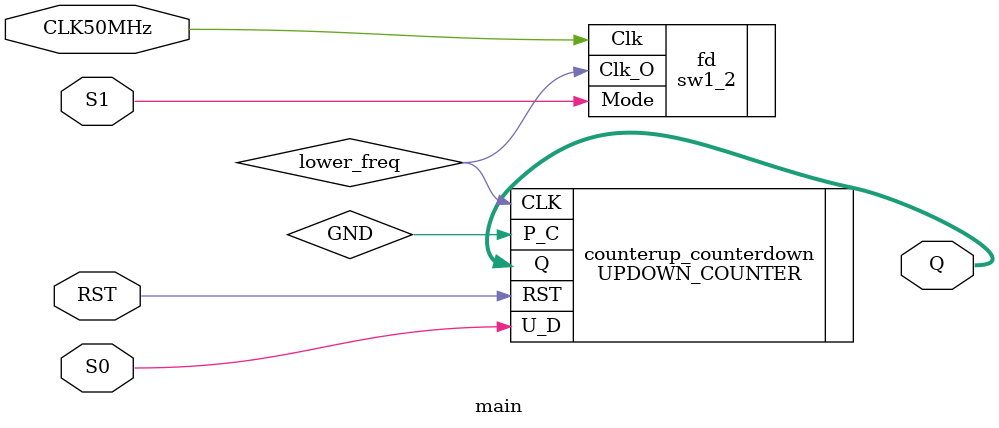
<source format=v>
`timescale 1ns / 1ps
module main(
    input CLK50MHz,
    input RST,
    input S0,
    input S1,
    output [7:0] Q
);
    wire lower_freq;
    sw1_2 fd(
        .Clk(CLK50MHz),
        .Mode(S1),
        .Clk_O(lower_freq)
    );
    UPDOWN_COUNTER counterup_counterdown(
        .CLK(lower_freq),
        .RST(RST),
        .U_D(S0),
        .P_C(GND),
		  .Q(Q)
    );
endmodule


</source>
